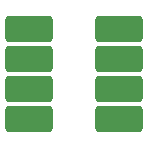
<source format=gtp>
%FSLAX46Y46*%
%MOMM*%
%AMPS11*
1,1,0.500000,1.750000,-0.850000*
1,1,0.500000,-1.750000,-0.850000*
21,1,2.200000,3.500000,0.000000,0.000000,90.000000*
21,1,1.700000,4.000000,0.000000,0.000000,90.000000*
1,1,0.500000,1.750000,0.850000*
1,1,0.500000,-1.750000,0.850000*
%
%ADD11PS11*%
%AMPS10*
1,1,0.500000,-1.750000,0.850000*
1,1,0.500000,1.750000,0.850000*
21,1,2.200000,3.500000,0.000000,0.000000,270.000000*
21,1,1.700000,4.000000,0.000000,0.000000,270.000000*
1,1,0.500000,-1.750000,-0.850000*
1,1,0.500000,1.750000,-0.850000*
%
%ADD10PS10*%
G01*
%LPD*%
G01*
%LPD*%
G75*
D10*
X-31550000Y6910000D03*
D10*
X-31550000Y-710000D03*
D11*
X-23930000Y4370000D03*
D10*
X-31550000Y4370000D03*
D11*
X-23930000Y6910000D03*
D11*
X-23930000Y-710000D03*
D10*
X-31550000Y1830000D03*
D11*
X-23930000Y1830000D03*
M02*

</source>
